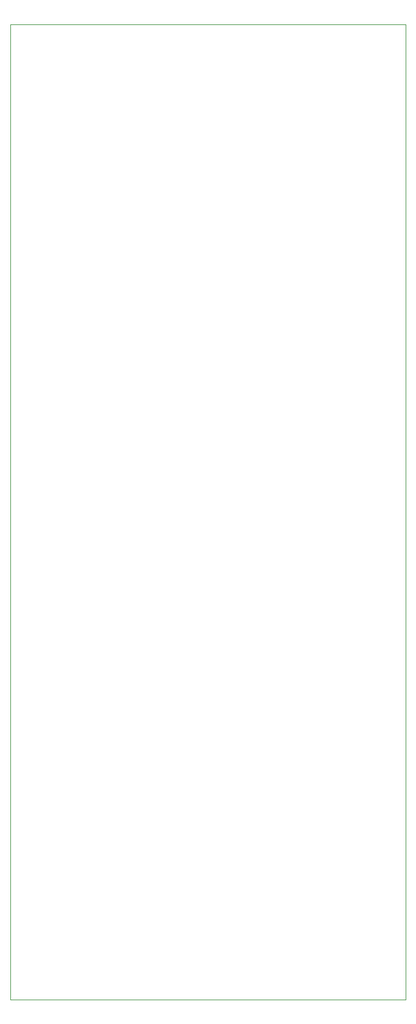
<source format=gbr>
%TF.GenerationSoftware,KiCad,Pcbnew,9.0.2-9.0.2-0~ubuntu24.04.1*%
%TF.CreationDate,2025-05-30T10:58:58-03:00*%
%TF.ProjectId,MSG25,4d534732-352e-46b6-9963-61645f706362,rev?*%
%TF.SameCoordinates,Original*%
%TF.FileFunction,Profile,NP*%
%FSLAX46Y46*%
G04 Gerber Fmt 4.6, Leading zero omitted, Abs format (unit mm)*
G04 Created by KiCad (PCBNEW 9.0.2-9.0.2-0~ubuntu24.04.1) date 2025-05-30 10:58:58*
%MOMM*%
%LPD*%
G01*
G04 APERTURE LIST*
%TA.AperFunction,Profile*%
%ADD10C,0.050000*%
%TD*%
G04 APERTURE END LIST*
D10*
X111700000Y-26230000D02*
X166700000Y-26230000D01*
X166700000Y-161550000D01*
X111700000Y-161550000D01*
X111700000Y-26230000D01*
M02*

</source>
